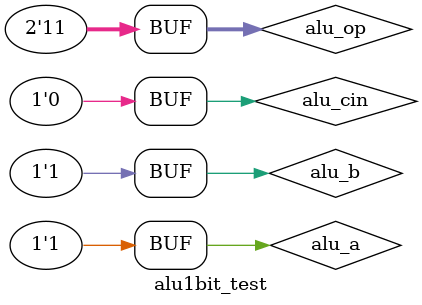
<source format=sv>
module alu1bit_test;

// Put your code here
// ------------------
    logic alu_a;
    logic alu_b;
    logic alu_cin;
    logic [1:0] alu_op;
    logic alu_s;
    logic alu_cout;

    alu1bit uut(
        .a(alu_a),
        .b(alu_b),
        .cin(alu_cin),
        .op(alu_op),
        .s(alu_s),
        .cout(alu_cout)
    );

    initial begin
        // // 0 - 60
        // // 0,0,0,[1,0] -> 0,0
        // alu_a = 1'b0;
        // alu_b = 1'b0;
        // alu_cin = 1'b0;
        // alu_op[1] = 1'b1;
        // alu_op[0] = 1'b0;

        // // ADD op
        // // 60 - 120
        // // 0,0,1,[1,0] -> 1,0
        // #60
        // alu_a = 1'b0;
        // alu_b = 1'b0;
        // alu_cin = 1'b1;
        // alu_op[1] = 1'b1;
        // alu_op[0] = 1'b0;

        // // ADD op
        // // 120 - 180
        // // 0,0,0,[1,0] -> 0,0
        // #60
        // alu_a = 1'b0;
        // alu_b = 1'b0;
        // alu_cin = 1'b0;
        // alu_op[1] = 1'b1;
        // alu_op[0] = 1'b0;

        // // NOR op
        // // 180 - 240
        // // 0,0,0,[0,0] -> 1,dc
        // #60
        // alu_a = 1'b0;
        // alu_b = 1'b0;
        // alu_cin = 1'b0;
        // alu_op[1] = 1'b0;
        // alu_op[0] = 1'b0;

        // // NOR op
        // // 240 - 300
        // // 1,0,0,[0,0] -> 0,dc
        // #60
        // alu_a = 1'b1;
        // alu_b = 1'b0;
        // alu_cin = 1'b0;
        // alu_op[1] = 1'b0;
        // alu_op[0] = 1'b0;

        // // NOR op
        // // 300 - 360
        // // 1,1,0,[0,0] -> 0,dc
        // #60
        // alu_a = 1'b1;
        // alu_b = 1'b1;
        // alu_cin = 1'b0;
        // alu_op[1] = 1'b0;
        // alu_op[0] = 1'b0;

        // // NOR op
        // // 360 - 420
        // // 0,1,0,[0,0] -> 0,dc
        // #60
        // alu_a = 1'b0;
        // alu_b = 1'b1;
        // alu_cin = 1'b0;
        // alu_op[1] = 1'b0;
        // alu_op[0] = 1'b0;

        // // XOR op
        // // 420 - 480
        // // 0,0,0,[0,1] -> 0,dc
        // #60
        // alu_a = 1'b0;
        // alu_b = 1'b0;
        // alu_cin = 1'b0;
        // alu_op[1] = 1'b0;
        // alu_op[0] = 1'b1;

        // // XOR op
        // // 480 - 540
        // // 1,0,0,[0,1] -> 1,dc
        // #60
        // alu_a = 1'b1;
        // alu_b = 1'b0;
        // alu_cin = 1'b0;
        // alu_op[1] = 1'b0;
        // alu_op[0] = 1'b1;

        // // XOR op
        // // 600 - 660
        // // 1,1,0,[0,1] -> 0,dc
        // #60
        // alu_a = 1'b1;
        // alu_b = 1'b1;
        // alu_cin = 1'b0;
        // alu_op[1] = 1'b0;
        // alu_op[0] = 1'b1;

        // // XOR op
        // // 660 - 720
        // // 0,1,0,[0,1] -> 1,dc
        // #60
        // alu_a = 1'b0;
        // alu_b = 1'b1;
        // alu_cin = 1'b0;
        // alu_op[1] = 1'b0;
        // alu_op[0] = 1'b1;

        // // ADD op
        // // 720 - 780
        // // 1,1,0,[1,0] -> 0,1
        // #60
        // alu_a = 1'b1;
        // alu_b = 1'b1;
        // alu_cin = 1'b0;
        // alu_op[1] = 1'b1;
        // alu_op[0] = 1'b0;

        // // SUB op
        // // 780 - 840
        // // 1,1,0,[1,1] -> 0,0
        // #60
        // alu_a = 1'b1;
        // alu_b = 1'b1;
        // alu_cin = 1'b0;
        // alu_op[1] = 1'b1;
        // alu_op[0] = 1'b1;


        // // NEW TESTS FOR TIMINGS

        // // #1

        // // ADD op
        // // 840 - 900
        // // 1,1,1,[1,0] -> 0,0
        // #60
        alu_a = 1'b1;
        alu_b = 1'b1;
        alu_cin = 1'b1;
        alu_op[1] = 1'b1;
        alu_op[0] = 1'b0;

        // ADD op
        // 900 - 960
        // 0,1,1,[1,0] -> 0,0
        #60
        alu_a = 1'b0;
        alu_b = 1'b1;
        alu_cin = 1'b1;
        alu_op[1] = 1'b1;
        alu_op[0] = 1'b0;

        // #2

        // ADD op
        // 960 - 1020
        // 1,1,0,[1,0] -> 0,0
        #60
        alu_a = 1'b1;
        alu_b = 1'b1;
        alu_cin = 1'b0;
        alu_op[1] = 1'b1;
        alu_op[0] = 1'b0;

        // ADD op
        // 1020 - 1080
        // 1,1,1,[1,0] -> 0,0
        #60
        alu_a = 1'b1;
        alu_b = 1'b1;
        alu_cin = 1'b1;
        alu_op[1] = 1'b1;
        alu_op[0] = 1'b0;

        // #3

        // ADD op
        // 1080 - 1140
        // 1,1,0,[1,0] -> 0,0
        #60
        alu_a = 1'b1;
        alu_b = 1'b1;
        alu_cin = 1'b0;
        alu_op[1] = 1'b1;
        alu_op[0] = 1'b0;

        // ADD op
        // 1140 - 1200
        // 1,1,0,[1,1] -> 0,0
        #60
        alu_a = 1'b1;
        alu_b = 1'b1;
        alu_cin = 1'b0;
        alu_op[1] = 1'b1;
        alu_op[0] = 1'b1;

        // safety wait for easy testing
        #60;

    end

// End of your code

endmodule
</source>
